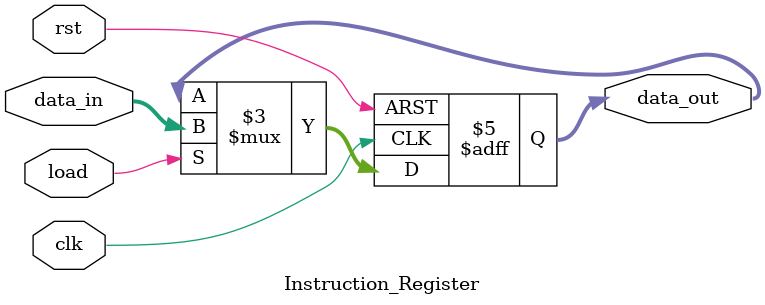
<source format=v>

/*Instruction Register
Stores the instruction to be executed
Format
instruction[7:4] := opcode
instruction[3:2] := source
instruction[1:0] := destionation
*/

module Instruction_Register #(
  parameter word_size = 8
) (
    // data_out := instruction
    output reg [word_size-1: 0] data_out,
    // data_in := Bus_2
    input [word_size-1: 0] data_in,
    // load := Load_IR
    input load,
    input clk, rst
);
    always @ (posedge clk or negedge rst)
    if (rst == 0) 
        data_out <= 0; 
    else if (load) 
        data_out <= data_in; 
endmodule
</source>
